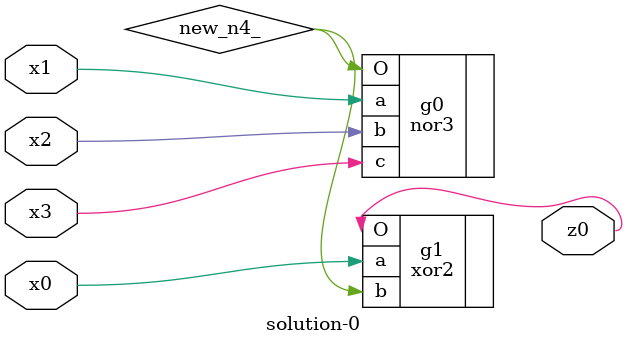
<source format=v>
module \solution-0 (
  x0, x1, x2, x3,
  z0 );
  input x0, x1, x2, x3;
  output z0;
  wire new_n4_;
  nor3  g0(.a(x1), .b(x2), .c(x3), .O(new_n4_));
  xor2  g1(.a(x0), .b(new_n4_), .O(z0));
endmodule

</source>
